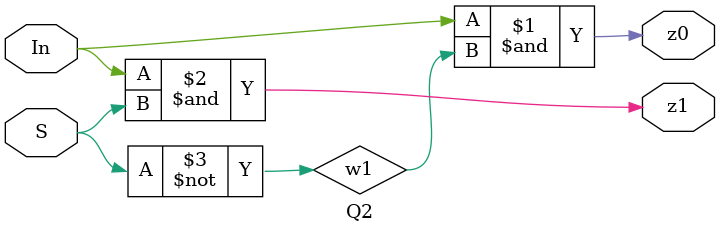
<source format=v>
module Q2(In,S,z0,z1);
	input In;
	input S;
	output z0;
	output z1;
	wire w1;

	not n1(w1, S);
	and a1(z0, In, w1);
	and a2(z1, In, S);
	
endmodule


</source>
